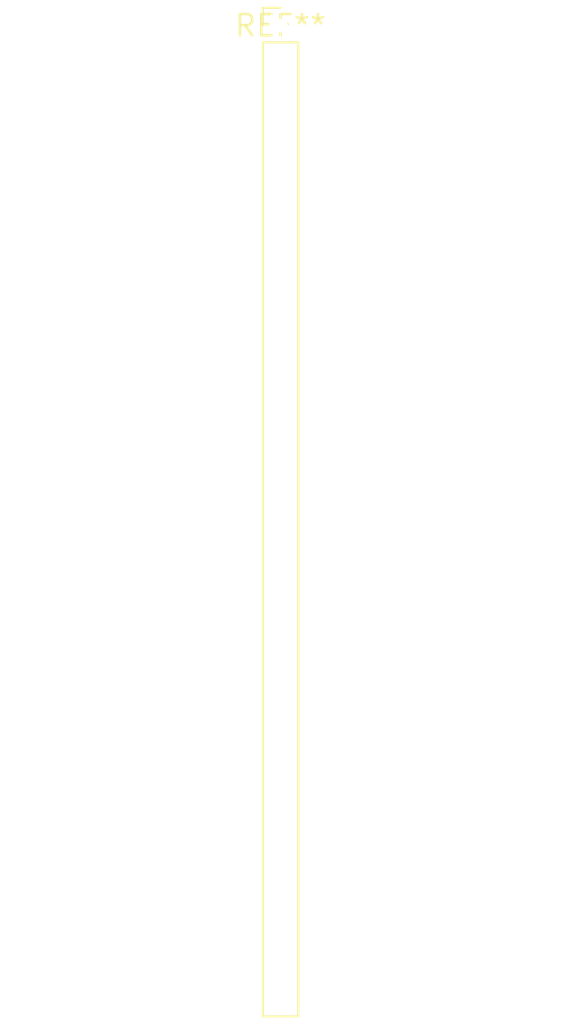
<source format=kicad_pcb>
(kicad_pcb (version 20240108) (generator pcbnew)
  (layers (0 "F.Cu" signal) (31 "B.Cu" signal) (34 "B.Paste" user) (35 "F.Paste" user) (36 "B.SilkS" user "B.Silkscreen") (37 "F.SilkS" user "F.Silkscreen") (38 "B.Mask" user) (39 "F.Mask" user) (44 "Edge.Cuts" user))
  (net 0 "")
  (footprint "PinHeader_1x30_P2.00mm_Vertical" (layer "F.Cu") (at 0 0)
    (property "Reference" "REF**")
    (property "Value" "PinHeader_1x30_P2.00mm_Vertical")
    (fp_line (start -1.06 -1.06) (end 0 -1.06) (layer "F.SilkS") (stroke (width 0.12)))
    (fp_line (start -1.06 0) (end -1.06 -1.06) (layer "F.SilkS") (stroke (width 0.12)))
    (fp_line (start -1.06 1) (end -1.06 59.06) (layer "F.SilkS") (stroke (width 0.12)))
    (fp_line (start -1.06 1) (end 1.06 1) (layer "F.SilkS") (stroke (width 0.12)))
    (fp_line (start -1.06 59.06) (end 1.06 59.06) (layer "F.SilkS") (stroke (width 0.12)))
    (fp_line (start 1.06 1) (end 1.06 59.06) (layer "F.SilkS") (stroke (width 0.12)))
    (pad "1" thru_hole rect (at 0 0) (size 1.35 1.35) (drill 0.8) (layers *.Cu *.Mask) (remove_unused_layers))
    (pad "2" thru_hole oval (at 0 2) (size 1.35 1.35) (drill 0.8) (layers *.Cu *.Mask) (remove_unused_layers))
    (pad "3" thru_hole oval (at 0 4) (size 1.35 1.35) (drill 0.8) (layers *.Cu *.Mask) (remove_unused_layers))
    (pad "4" thru_hole oval (at 0 6) (size 1.35 1.35) (drill 0.8) (layers *.Cu *.Mask) (remove_unused_layers))
    (pad "5" thru_hole oval (at 0 8) (size 1.35 1.35) (drill 0.8) (layers *.Cu *.Mask) (remove_unused_layers))
    (pad "6" thru_hole oval (at 0 10) (size 1.35 1.35) (drill 0.8) (layers *.Cu *.Mask) (remove_unused_layers))
    (pad "7" thru_hole oval (at 0 12) (size 1.35 1.35) (drill 0.8) (layers *.Cu *.Mask) (remove_unused_layers))
    (pad "8" thru_hole oval (at 0 14) (size 1.35 1.35) (drill 0.8) (layers *.Cu *.Mask) (remove_unused_layers))
    (pad "9" thru_hole oval (at 0 16) (size 1.35 1.35) (drill 0.8) (layers *.Cu *.Mask) (remove_unused_layers))
    (pad "10" thru_hole oval (at 0 18) (size 1.35 1.35) (drill 0.8) (layers *.Cu *.Mask) (remove_unused_layers))
    (pad "11" thru_hole oval (at 0 20) (size 1.35 1.35) (drill 0.8) (layers *.Cu *.Mask) (remove_unused_layers))
    (pad "12" thru_hole oval (at 0 22) (size 1.35 1.35) (drill 0.8) (layers *.Cu *.Mask) (remove_unused_layers))
    (pad "13" thru_hole oval (at 0 24) (size 1.35 1.35) (drill 0.8) (layers *.Cu *.Mask) (remove_unused_layers))
    (pad "14" thru_hole oval (at 0 26) (size 1.35 1.35) (drill 0.8) (layers *.Cu *.Mask) (remove_unused_layers))
    (pad "15" thru_hole oval (at 0 28) (size 1.35 1.35) (drill 0.8) (layers *.Cu *.Mask) (remove_unused_layers))
    (pad "16" thru_hole oval (at 0 30) (size 1.35 1.35) (drill 0.8) (layers *.Cu *.Mask) (remove_unused_layers))
    (pad "17" thru_hole oval (at 0 32) (size 1.35 1.35) (drill 0.8) (layers *.Cu *.Mask) (remove_unused_layers))
    (pad "18" thru_hole oval (at 0 34) (size 1.35 1.35) (drill 0.8) (layers *.Cu *.Mask) (remove_unused_layers))
    (pad "19" thru_hole oval (at 0 36) (size 1.35 1.35) (drill 0.8) (layers *.Cu *.Mask) (remove_unused_layers))
    (pad "20" thru_hole oval (at 0 38) (size 1.35 1.35) (drill 0.8) (layers *.Cu *.Mask) (remove_unused_layers))
    (pad "21" thru_hole oval (at 0 40) (size 1.35 1.35) (drill 0.8) (layers *.Cu *.Mask) (remove_unused_layers))
    (pad "22" thru_hole oval (at 0 42) (size 1.35 1.35) (drill 0.8) (layers *.Cu *.Mask) (remove_unused_layers))
    (pad "23" thru_hole oval (at 0 44) (size 1.35 1.35) (drill 0.8) (layers *.Cu *.Mask) (remove_unused_layers))
    (pad "24" thru_hole oval (at 0 46) (size 1.35 1.35) (drill 0.8) (layers *.Cu *.Mask) (remove_unused_layers))
    (pad "25" thru_hole oval (at 0 48) (size 1.35 1.35) (drill 0.8) (layers *.Cu *.Mask) (remove_unused_layers))
    (pad "26" thru_hole oval (at 0 50) (size 1.35 1.35) (drill 0.8) (layers *.Cu *.Mask) (remove_unused_layers))
    (pad "27" thru_hole oval (at 0 52) (size 1.35 1.35) (drill 0.8) (layers *.Cu *.Mask) (remove_unused_layers))
    (pad "28" thru_hole oval (at 0 54) (size 1.35 1.35) (drill 0.8) (layers *.Cu *.Mask) (remove_unused_layers))
    (pad "29" thru_hole oval (at 0 56) (size 1.35 1.35) (drill 0.8) (layers *.Cu *.Mask) (remove_unused_layers))
    (pad "30" thru_hole oval (at 0 58) (size 1.35 1.35) (drill 0.8) (layers *.Cu *.Mask) (remove_unused_layers))
  )
)
</source>
